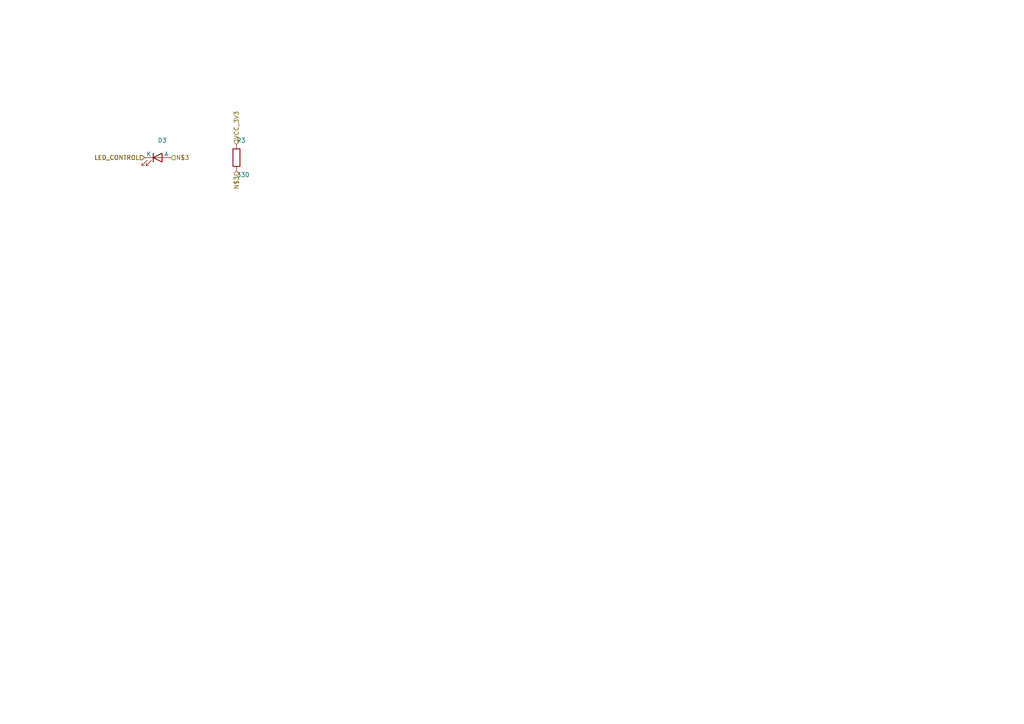
<source format=kicad_sch>
(kicad_sch (version 20250114) (generator "circuit_synth") (generator_version "9.0")
  (paper "A4")
  (lib_symbols
    (symbol "Device:LED" (pin_numbers hide) (pin_names (offset 0))
      (property "Reference" "D" (at 0 0 0))
      (property "Value" "LED" (at 0 0 0))
      (property "Sim.Pins" "1=K 2=A" (at 0 0 0))
      (symbol "LED_0_1"
        (polyline (pts (xy -3.048 -0.762) (xy -4.572 -2.286) (xy -3.81 -2.286) (xy -4.572 -2.286) (xy -4.572 -1.524)))
        (polyline (pts (xy -1.778 -0.762) (xy -3.302 -2.286) (xy -2.54 -2.286) (xy -3.302 -2.286) (xy -3.302 -1.524)))
        (polyline (pts (xy -1.27 0) (xy 1.27 0)))
        (polyline (pts (xy -1.27 -1.27) (xy -1.27 1.27)) (stroke (width 0.254)))
        (polyline (pts (xy 1.27 -1.27) (xy 1.27 1.27) (xy -1.27 0) (xy 1.27 -1.27)) (stroke (width 0.254)))
      )
      (symbol "LED_1_1"
        (pin passive line (at -3.81 0 0) (length 2.54) (name "K") (number "1"))
        (pin passive line (at 3.81 0 180) (length 2.54) (name "A") (number "2"))
      )
    )
    (symbol "Device:R" (pin_numbers hide) (pin_names (offset 0))
      (property "Reference" "R" (at 0 0 0))
      (property "Value" "R" (at 0 0 0))
      (symbol "R_0_1"
        (rectangle (start -1.016 -2.54) (end 1.016 2.54) (stroke (width 0.254)))
      )
      (symbol "R_1_1"
        (pin passive line (at 0 3.81 270) (length 1.27) (name "~") (number "1"))
        (pin passive line (at 0 -3.81 90) (length 1.27) (name "~") (number "2"))
      )
    )
  )
  (symbol (lib_id "Device:LED") (at 45.72 45.72 0) (unit 1)
    (property "Reference" "D3" (at 45.72 40.72 0) (effects (justify left)))
    (property "Footprint" "LED_SMD:LED_0805_2012Metric" (effects (hide yes)))
  )
  (symbol (lib_id "Device:R") (at 68.58 45.72 0) (unit 1)
    (property "Reference" "R3" (at 68.58 40.72 0) (effects (justify left)))
    (property "Value" "330" (at 68.58 50.72 0) (effects (justify left)))
    (property "Footprint" "Resistor_SMD:R_0805_2012Metric" (effects (hide yes)))
  )
  (hierarchical_label "LED_CONTROL" (shape input) (at 41.91 45.72 180))
  (hierarchical_label "LED_CONTROL" (shape input) (at 41.91 45.72 180))
  (hierarchical_label "N$3" (shape input) (at 49.53 45.72 0))
  (hierarchical_label "N$3" (shape input) (at 68.58 49.53 270))
  (hierarchical_label "VCC_3V3" (shape input) (at 68.58 41.91 90))
)
</source>
